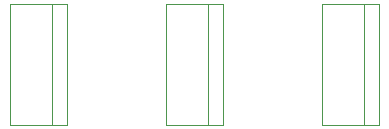
<source format=gbr>
%FSDAX24Y24*%
%MOIN*%
%SFA1B1*%

%IPPOS*%
%ADD47C,0.003900*%
%LNde-130418_mechanical_13-1*%
%LPD*%
G54D47*
X013530Y012032D02*
Y016087D01*
X015439Y012032D02*
Y016087D01*
X013530D02*
X015439D01*
X013530Y012032D02*
X015439D01*
X014947D02*
Y016087D01*
X008330Y012032D02*
Y016087D01*
X010239Y012032D02*
Y016087D01*
X008330D02*
X010239D01*
X008330Y012032D02*
X010239D01*
X009747D02*
Y016087D01*
X003130Y012032D02*
Y016087D01*
X005039Y012032D02*
Y016087D01*
X003130D02*
X005039D01*
X003130Y012032D02*
X005039D01*
X004547D02*
Y016087D01*
M02*
</source>
